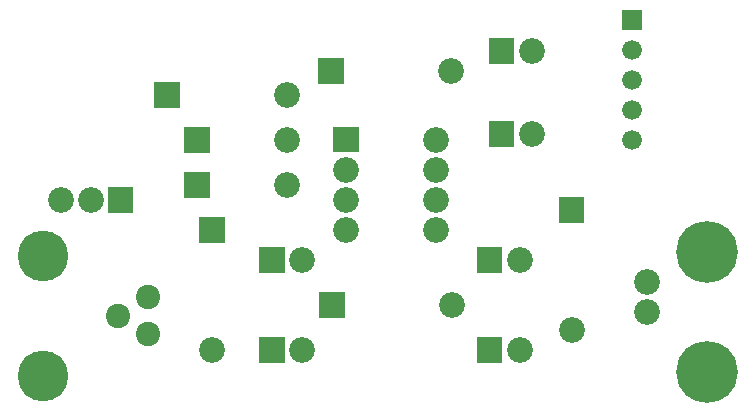
<source format=gbr>
G04 start of page 6 for group 9 layer_idx 9 *
G04 Title: (unknown), bottom_mask *
G04 Creator: pcb-rnd 2.1.0 *
G04 CreationDate: 2019-02-14 18:17:35 UTC *
G04 For:  *
G04 Format: Gerber/RS-274X *
G04 PCB-Dimensions: 500000 500000 *
G04 PCB-Coordinate-Origin: lower left *
%MOIN*%
%FSLAX25Y25*%
%LNBOTTOMMASK*%
%ADD47C,0.0660*%
%ADD46C,0.2060*%
%ADD45C,0.1690*%
%ADD44C,0.0810*%
%ADD43C,0.0860*%
%ADD42C,0.0001*%
G54D42*G36*
X212922Y256872D02*X221522D01*
Y248272D01*
X212922D01*
Y256872D01*
G37*
G54D43*X217222Y242572D03*
Y232572D03*
Y222572D03*
G54D42*G36*
X208200Y201800D02*X216800D01*
Y193200D01*
X208200D01*
Y201800D01*
G37*
G36*
X188200Y216800D02*X196800D01*
Y208200D01*
X188200D01*
Y216800D01*
G37*
G54D43*X202500Y212500D03*
G54D42*G36*
X188200Y186800D02*X196800D01*
Y178200D01*
X188200D01*
Y186800D01*
G37*
G54D43*X202500Y182500D03*
G54D42*G36*
X163200Y241800D02*X171800D01*
Y233200D01*
X163200D01*
Y241800D01*
G37*
G36*
X176800Y226800D02*Y218200D01*
X168200D01*
Y226800D01*
X176800D01*
G37*
G54D43*X172500Y182500D03*
G54D44*X151281Y187596D03*
Y200196D03*
X141281Y193896D03*
G54D45*X116281Y173896D03*
Y213896D03*
G54D42*G36*
X146300Y236800D02*Y228200D01*
X137700D01*
Y236800D01*
X146300D01*
G37*
G54D43*X132000Y232500D03*
X122000D03*
X197500Y237500D03*
G54D42*G36*
X163200Y256800D02*X171800D01*
Y248200D01*
X163200D01*
Y256800D01*
G37*
G54D43*X197500Y252500D03*
X247222Y252572D03*
Y242572D03*
Y232572D03*
Y222572D03*
G54D42*G36*
X260700Y216800D02*X269300D01*
Y208200D01*
X260700D01*
Y216800D01*
G37*
G54D43*X275000Y212500D03*
X252500Y197500D03*
G54D46*X337500Y215000D03*
G54D43*X317500Y205000D03*
Y195000D03*
G54D42*G36*
X296635Y233324D02*Y224724D01*
X288035D01*
Y233324D01*
X296635D01*
G37*
G36*
X207816Y279704D02*X216416D01*
Y271104D01*
X207816D01*
Y279704D01*
G37*
G36*
X153200Y271800D02*X161800D01*
Y263200D01*
X153200D01*
Y271800D01*
G37*
G54D43*X197500Y267500D03*
X252116Y275404D03*
G54D42*G36*
X315900Y295800D02*Y289200D01*
X309300D01*
Y295800D01*
X315900D01*
G37*
G54D47*X312600Y282500D03*
Y272500D03*
Y262500D03*
Y252500D03*
G54D42*G36*
X264700Y258800D02*X273300D01*
Y250200D01*
X264700D01*
Y258800D01*
G37*
G54D43*X279000Y254500D03*
G54D42*G36*
X264700Y286300D02*X273300D01*
Y277700D01*
X264700D01*
Y286300D01*
G37*
G54D43*X279000Y282000D03*
G54D42*G36*
X260700Y186800D02*X269300D01*
Y178200D01*
X260700D01*
Y186800D01*
G37*
G54D43*X275000Y182500D03*
G54D46*X337500Y175000D03*
G54D43*X292335Y189024D03*
M02*

</source>
